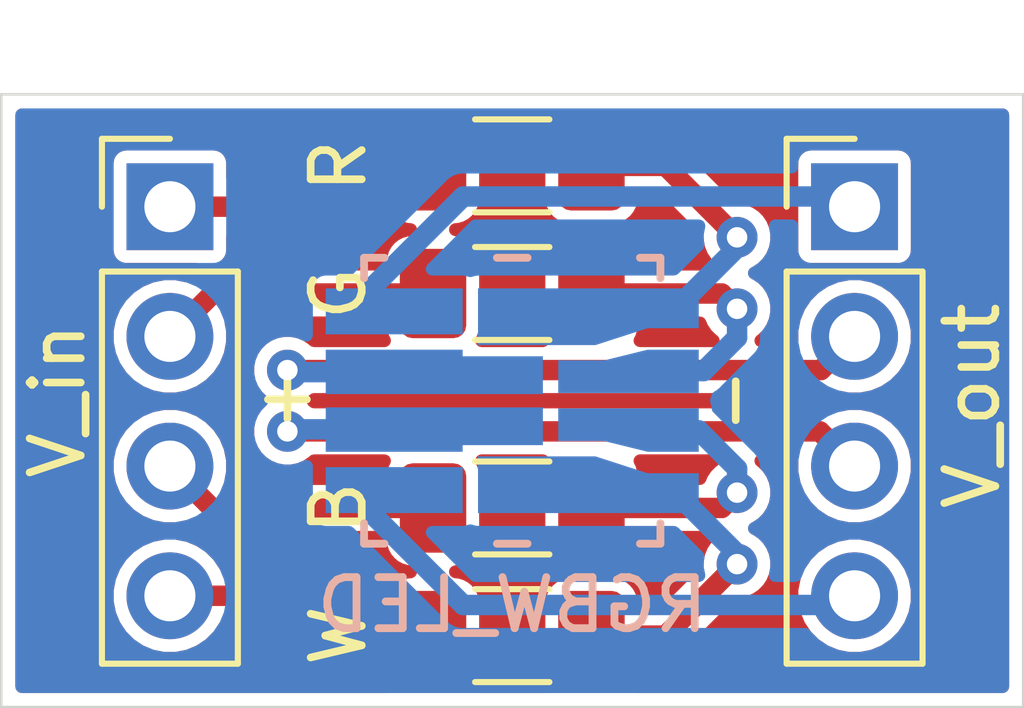
<source format=kicad_pcb>
(kicad_pcb (version 20171130) (host pcbnew 5.1.12-84ad8e8a86~92~ubuntu21.04.1)

  (general
    (thickness 1.6)
    (drawings 10)
    (tracks 49)
    (zones 0)
    (modules 7)
    (nets 13)
  )

  (page User 150.012 150.012)
  (layers
    (0 F.Cu signal)
    (31 B.Cu signal)
    (32 B.Adhes user hide)
    (33 F.Adhes user hide)
    (34 B.Paste user hide)
    (35 F.Paste user hide)
    (36 B.SilkS user)
    (37 F.SilkS user)
    (38 B.Mask user hide)
    (39 F.Mask user hide)
    (40 Dwgs.User user)
    (41 Cmts.User user)
    (42 Eco1.User user hide)
    (43 Eco2.User user hide)
    (44 Edge.Cuts user)
    (45 Margin user)
    (46 B.CrtYd user hide)
    (47 F.CrtYd user hide)
    (48 B.Fab user hide)
    (49 F.Fab user hide)
  )

  (setup
    (last_trace_width 0.4)
    (trace_clearance 0.2)
    (zone_clearance 0.25)
    (zone_45_only no)
    (trace_min 0.4)
    (via_size 0.8)
    (via_drill 0.4)
    (via_min_size 0.4)
    (via_min_drill 0.3)
    (uvia_size 0.3)
    (uvia_drill 0.1)
    (uvias_allowed no)
    (uvia_min_size 0.2)
    (uvia_min_drill 0.1)
    (edge_width 0.05)
    (segment_width 0.2)
    (pcb_text_width 0.3)
    (pcb_text_size 1.5 1.5)
    (mod_edge_width 0.153)
    (mod_text_size 1 1)
    (mod_text_width 0.15)
    (pad_size 1.524 1.524)
    (pad_drill 0.762)
    (pad_to_mask_clearance 0.05)
    (solder_mask_min_width 0.2)
    (aux_axis_origin 0 0)
    (visible_elements FFFFFF7F)
    (pcbplotparams
      (layerselection 0x010fc_ffffffff)
      (usegerberextensions false)
      (usegerberattributes true)
      (usegerberadvancedattributes true)
      (creategerberjobfile true)
      (excludeedgelayer true)
      (linewidth 0.100000)
      (plotframeref false)
      (viasonmask false)
      (mode 1)
      (useauxorigin false)
      (hpglpennumber 1)
      (hpglpenspeed 20)
      (hpglpendiameter 15.000000)
      (psnegative false)
      (psa4output false)
      (plotreference true)
      (plotvalue true)
      (plotinvisibletext false)
      (padsonsilk false)
      (subtractmaskfromsilk false)
      (outputformat 1)
      (mirror false)
      (drillshape 1)
      (scaleselection 1)
      (outputdirectory ""))
  )

  (net 0 "")
  (net 1 "Net-(R_Green1-Pad1)")
  (net 2 "Net-(GW_J9LHS1.4M1-Pad6)")
  (net 3 "Net-(GW_J9LHS1.4M1-Pad7)")
  (net 4 "Net-(GW_J9LHS1.4M1-Pad8)")
  (net 5 "Net-(GW_J9LHS1.4M1-Pad5)")
  (net 6 "Net-(GW_J9LHS1.4M1-Pad4)")
  (net 7 "Net-(GW_J9LHS1.4M1-Pad1)")
  (net 8 "Net-(GW_J9LHS1.4M1-Pad2)")
  (net 9 "Net-(GW_J9LHS1.4M1-Pad3)")
  (net 10 "Net-(R_Blue1-Pad1)")
  (net 11 "Net-(R_Red1-Pad1)")
  (net 12 "Net-(R_White1-Pad1)")

  (net_class Default "This is the default net class."
    (clearance 0.2)
    (trace_width 0.4)
    (via_dia 0.8)
    (via_drill 0.4)
    (uvia_dia 0.3)
    (uvia_drill 0.1)
    (diff_pair_width 0.4)
    (diff_pair_gap 0.3)
    (add_net "Net-(GW_J9LHS1.4M1-Pad1)")
    (add_net "Net-(GW_J9LHS1.4M1-Pad2)")
    (add_net "Net-(GW_J9LHS1.4M1-Pad3)")
    (add_net "Net-(GW_J9LHS1.4M1-Pad4)")
    (add_net "Net-(GW_J9LHS1.4M1-Pad5)")
    (add_net "Net-(GW_J9LHS1.4M1-Pad6)")
    (add_net "Net-(GW_J9LHS1.4M1-Pad7)")
    (add_net "Net-(GW_J9LHS1.4M1-Pad8)")
    (add_net "Net-(R_Blue1-Pad1)")
    (add_net "Net-(R_Green1-Pad1)")
    (add_net "Net-(R_Red1-Pad1)")
    (add_net "Net-(R_White1-Pad1)")
  )

  (module Connector_PinHeader_2.54mm:PinHeader_1x04_P2.54mm_Vertical (layer F.Cu) (tedit 59FED5CC) (tstamp 61A55A44)
    (at 86.7 51.2)
    (descr "Through hole straight pin header, 1x04, 2.54mm pitch, single row")
    (tags "Through hole pin header THT 1x04 2.54mm single row")
    (path /61A8F3A8)
    (fp_text reference V_out (at 2.3 3.9 -90) (layer F.SilkS)
      (effects (font (size 1 1) (thickness 0.15)))
    )
    (fp_text value "Pin Header" (at 0 9.95) (layer F.Fab) hide
      (effects (font (size 1 1) (thickness 0.15)))
    )
    (fp_text user %R (at 3.3 -3 180) (layer F.Fab)
      (effects (font (size 1 1) (thickness 0.15)) (justify right))
    )
    (fp_line (start -0.635 -1.27) (end 1.27 -1.27) (layer F.Fab) (width 0.1))
    (fp_line (start 1.27 -1.27) (end 1.27 8.89) (layer F.Fab) (width 0.1))
    (fp_line (start 1.27 8.89) (end -1.27 8.89) (layer F.Fab) (width 0.1))
    (fp_line (start -1.27 8.89) (end -1.27 -0.635) (layer F.Fab) (width 0.1))
    (fp_line (start -1.27 -0.635) (end -0.635 -1.27) (layer F.Fab) (width 0.1))
    (fp_line (start -1.33 8.95) (end 1.33 8.95) (layer F.SilkS) (width 0.12))
    (fp_line (start -1.33 1.27) (end -1.33 8.95) (layer F.SilkS) (width 0.12))
    (fp_line (start 1.33 1.27) (end 1.33 8.95) (layer F.SilkS) (width 0.12))
    (fp_line (start -1.33 1.27) (end 1.33 1.27) (layer F.SilkS) (width 0.12))
    (fp_line (start -1.33 0) (end -1.33 -1.33) (layer F.SilkS) (width 0.12))
    (fp_line (start -1.33 -1.33) (end 0 -1.33) (layer F.SilkS) (width 0.12))
    (fp_line (start -1.8 -1.8) (end -1.8 9.4) (layer F.CrtYd) (width 0.05))
    (fp_line (start -1.8 9.4) (end 1.8 9.4) (layer F.CrtYd) (width 0.05))
    (fp_line (start 1.8 9.4) (end 1.8 -1.8) (layer F.CrtYd) (width 0.05))
    (fp_line (start 1.8 -1.8) (end -1.8 -1.8) (layer F.CrtYd) (width 0.05))
    (pad 4 thru_hole oval (at 0 7.62) (size 1.7 1.7) (drill 1) (layers *.Cu *.Mask)
      (net 5 "Net-(GW_J9LHS1.4M1-Pad5)"))
    (pad 3 thru_hole oval (at 0 5.08) (size 1.7 1.7) (drill 1) (layers *.Cu *.Mask)
      (net 2 "Net-(GW_J9LHS1.4M1-Pad6)"))
    (pad 2 thru_hole oval (at 0 2.54) (size 1.7 1.7) (drill 1) (layers *.Cu *.Mask)
      (net 3 "Net-(GW_J9LHS1.4M1-Pad7)"))
    (pad 1 thru_hole rect (at 0 0) (size 1.7 1.7) (drill 1) (layers *.Cu *.Mask)
      (net 4 "Net-(GW_J9LHS1.4M1-Pad8)"))
    (model ${KISYS3DMOD}/Connector_PinHeader_2.54mm.3dshapes/PinHeader_1x04_P2.54mm_Vertical.wrl
      (at (xyz 0 0 0))
      (scale (xyz 1 1 1))
      (rotate (xyz 0 0 0))
    )
  )

  (module Connector_PinHeader_2.54mm:PinHeader_1x04_P2.54mm_Vertical (layer F.Cu) (tedit 59FED5CC) (tstamp 61A55705)
    (at 73.3 51.2)
    (descr "Through hole straight pin header, 1x04, 2.54mm pitch, single row")
    (tags "Through hole pin header THT 1x04 2.54mm single row")
    (path /61A8C71B)
    (fp_text reference V_in (at -2.2 3.8 90) (layer F.SilkS)
      (effects (font (size 1 1) (thickness 0.15)))
    )
    (fp_text value "Pin Header" (at 0 9.95) (layer F.Fab) hide
      (effects (font (size 1 1) (thickness 0.15)))
    )
    (fp_text user %R (at -3.3 -3.2 180) (layer F.Fab)
      (effects (font (size 1 1) (thickness 0.15)) (justify left))
    )
    (fp_line (start -0.635 -1.27) (end 1.27 -1.27) (layer F.Fab) (width 0.1))
    (fp_line (start 1.27 -1.27) (end 1.27 8.89) (layer F.Fab) (width 0.1))
    (fp_line (start 1.27 8.89) (end -1.27 8.89) (layer F.Fab) (width 0.1))
    (fp_line (start -1.27 8.89) (end -1.27 -0.635) (layer F.Fab) (width 0.1))
    (fp_line (start -1.27 -0.635) (end -0.635 -1.27) (layer F.Fab) (width 0.1))
    (fp_line (start -1.33 8.95) (end 1.33 8.95) (layer F.SilkS) (width 0.12))
    (fp_line (start -1.33 1.27) (end -1.33 8.95) (layer F.SilkS) (width 0.12))
    (fp_line (start 1.33 1.27) (end 1.33 8.95) (layer F.SilkS) (width 0.12))
    (fp_line (start -1.33 1.27) (end 1.33 1.27) (layer F.SilkS) (width 0.12))
    (fp_line (start -1.33 0) (end -1.33 -1.33) (layer F.SilkS) (width 0.12))
    (fp_line (start -1.33 -1.33) (end 0 -1.33) (layer F.SilkS) (width 0.12))
    (fp_line (start -1.8 -1.8) (end -1.8 9.4) (layer F.CrtYd) (width 0.05))
    (fp_line (start -1.8 9.4) (end 1.8 9.4) (layer F.CrtYd) (width 0.05))
    (fp_line (start 1.8 9.4) (end 1.8 -1.8) (layer F.CrtYd) (width 0.05))
    (fp_line (start 1.8 -1.8) (end -1.8 -1.8) (layer F.CrtYd) (width 0.05))
    (pad 4 thru_hole oval (at 0 7.62) (size 1.7 1.7) (drill 1) (layers *.Cu *.Mask)
      (net 12 "Net-(R_White1-Pad1)"))
    (pad 3 thru_hole oval (at 0 5.08) (size 1.7 1.7) (drill 1) (layers *.Cu *.Mask)
      (net 10 "Net-(R_Blue1-Pad1)"))
    (pad 2 thru_hole oval (at 0 2.54) (size 1.7 1.7) (drill 1) (layers *.Cu *.Mask)
      (net 1 "Net-(R_Green1-Pad1)"))
    (pad 1 thru_hole rect (at 0 0) (size 1.7 1.7) (drill 1) (layers *.Cu *.Mask)
      (net 11 "Net-(R_Red1-Pad1)"))
    (model ${KISYS3DMOD}/Connector_PinHeader_2.54mm.3dshapes/PinHeader_1x04_P2.54mm_Vertical.wrl
      (at (xyz 0 0 0))
      (scale (xyz 1 1 1))
      (rotate (xyz 0 0 0))
    )
  )

  (module Resistor_SMD:R_1206_3216Metric_Pad1.30x1.75mm_HandSolder (layer F.Cu) (tedit 5F68FEEE) (tstamp 61A54789)
    (at 80 59.6)
    (descr "Resistor SMD 1206 (3216 Metric), square (rectangular) end terminal, IPC_7351 nominal with elongated pad for handsoldering. (Body size source: IPC-SM-782 page 72, https://www.pcb-3d.com/wordpress/wp-content/uploads/ipc-sm-782a_amendment_1_and_2.pdf), generated with kicad-footprint-generator")
    (tags "resistor handsolder")
    (path /619BD14C)
    (attr smd)
    (fp_text reference W (at -3.4 0 90) (layer F.SilkS)
      (effects (font (size 1 1) (thickness 0.15)))
    )
    (fp_text value 10 (at 2.6 0) (layer F.Fab)
      (effects (font (size 0.5 0.5) (thickness 0.125)) (justify left))
    )
    (fp_text user %R (at 0 0) (layer F.Fab)
      (effects (font (size 0.8 0.8) (thickness 0.12)))
    )
    (fp_line (start -1.6 0.8) (end -1.6 -0.8) (layer F.Fab) (width 0.1))
    (fp_line (start -1.6 -0.8) (end 1.6 -0.8) (layer F.Fab) (width 0.1))
    (fp_line (start 1.6 -0.8) (end 1.6 0.8) (layer F.Fab) (width 0.1))
    (fp_line (start 1.6 0.8) (end -1.6 0.8) (layer F.Fab) (width 0.1))
    (fp_line (start -0.727064 -0.91) (end 0.727064 -0.91) (layer F.SilkS) (width 0.12))
    (fp_line (start -0.727064 0.91) (end 0.727064 0.91) (layer F.SilkS) (width 0.12))
    (fp_line (start -2.45 1.12) (end -2.45 -1.12) (layer F.CrtYd) (width 0.05))
    (fp_line (start -2.45 -1.12) (end 2.45 -1.12) (layer F.CrtYd) (width 0.05))
    (fp_line (start 2.45 -1.12) (end 2.45 1.12) (layer F.CrtYd) (width 0.05))
    (fp_line (start 2.45 1.12) (end -2.45 1.12) (layer F.CrtYd) (width 0.05))
    (pad 2 smd roundrect (at 1.55 0) (size 1.3 1.75) (layers F.Cu F.Paste F.Mask) (roundrect_rratio 0.192308)
      (net 6 "Net-(GW_J9LHS1.4M1-Pad4)"))
    (pad 1 smd roundrect (at -1.55 0) (size 1.3 1.75) (layers F.Cu F.Paste F.Mask) (roundrect_rratio 0.192308)
      (net 12 "Net-(R_White1-Pad1)"))
    (model ${KISYS3DMOD}/Resistor_SMD.3dshapes/R_1206_3216Metric.wrl
      (at (xyz 0 0 0))
      (scale (xyz 1 1 1))
      (rotate (xyz 0 0 0))
    )
  )

  (module Resistor_SMD:R_1206_3216Metric_Pad1.30x1.75mm_HandSolder (layer F.Cu) (tedit 5F68FEEE) (tstamp 61A557FC)
    (at 80 50.4)
    (descr "Resistor SMD 1206 (3216 Metric), square (rectangular) end terminal, IPC_7351 nominal with elongated pad for handsoldering. (Body size source: IPC-SM-782 page 72, https://www.pcb-3d.com/wordpress/wp-content/uploads/ipc-sm-782a_amendment_1_and_2.pdf), generated with kicad-footprint-generator")
    (tags "resistor handsolder")
    (path /619BC99C)
    (attr smd)
    (fp_text reference R (at -3.4 0 90) (layer F.SilkS)
      (effects (font (size 1 1) (thickness 0.15)))
    )
    (fp_text value 19.1 (at 2.6 0) (layer F.Fab)
      (effects (font (size 0.5 0.5) (thickness 0.125)) (justify left))
    )
    (fp_text user %R (at 0 0) (layer F.Fab)
      (effects (font (size 0.8 0.8) (thickness 0.12)))
    )
    (fp_line (start -1.6 0.8) (end -1.6 -0.8) (layer F.Fab) (width 0.1))
    (fp_line (start -1.6 -0.8) (end 1.6 -0.8) (layer F.Fab) (width 0.1))
    (fp_line (start 1.6 -0.8) (end 1.6 0.8) (layer F.Fab) (width 0.1))
    (fp_line (start 1.6 0.8) (end -1.6 0.8) (layer F.Fab) (width 0.1))
    (fp_line (start -0.727064 -0.91) (end 0.727064 -0.91) (layer F.SilkS) (width 0.12))
    (fp_line (start -0.727064 0.91) (end 0.727064 0.91) (layer F.SilkS) (width 0.12))
    (fp_line (start -2.45 1.12) (end -2.45 -1.12) (layer F.CrtYd) (width 0.05))
    (fp_line (start -2.45 -1.12) (end 2.45 -1.12) (layer F.CrtYd) (width 0.05))
    (fp_line (start 2.45 -1.12) (end 2.45 1.12) (layer F.CrtYd) (width 0.05))
    (fp_line (start 2.45 1.12) (end -2.45 1.12) (layer F.CrtYd) (width 0.05))
    (pad 2 smd roundrect (at 1.55 0) (size 1.3 1.75) (layers F.Cu F.Paste F.Mask) (roundrect_rratio 0.192308)
      (net 7 "Net-(GW_J9LHS1.4M1-Pad1)"))
    (pad 1 smd roundrect (at -1.55 0) (size 1.3 1.75) (layers F.Cu F.Paste F.Mask) (roundrect_rratio 0.192308)
      (net 11 "Net-(R_Red1-Pad1)"))
    (model ${KISYS3DMOD}/Resistor_SMD.3dshapes/R_1206_3216Metric.wrl
      (at (xyz 0 0 0))
      (scale (xyz 1 1 1))
      (rotate (xyz 0 0 0))
    )
  )

  (module Resistor_SMD:R_1206_3216Metric_Pad1.30x1.75mm_HandSolder (layer F.Cu) (tedit 5F68FEEE) (tstamp 61A55B5C)
    (at 80 52.9)
    (descr "Resistor SMD 1206 (3216 Metric), square (rectangular) end terminal, IPC_7351 nominal with elongated pad for handsoldering. (Body size source: IPC-SM-782 page 72, https://www.pcb-3d.com/wordpress/wp-content/uploads/ipc-sm-782a_amendment_1_and_2.pdf), generated with kicad-footprint-generator")
    (tags "resistor handsolder")
    (path /619BCD1C)
    (attr smd)
    (fp_text reference G (at -3.4 0 90) (layer F.SilkS)
      (effects (font (size 1 1) (thickness 0.15)))
    )
    (fp_text value 10 (at 2.6 0) (layer F.Fab)
      (effects (font (size 0.5 0.5) (thickness 0.125)) (justify left))
    )
    (fp_text user %R (at 0 0) (layer F.Fab)
      (effects (font (size 0.8 0.8) (thickness 0.12)))
    )
    (fp_line (start -1.6 0.8) (end -1.6 -0.8) (layer F.Fab) (width 0.1))
    (fp_line (start -1.6 -0.8) (end 1.6 -0.8) (layer F.Fab) (width 0.1))
    (fp_line (start 1.6 -0.8) (end 1.6 0.8) (layer F.Fab) (width 0.1))
    (fp_line (start 1.6 0.8) (end -1.6 0.8) (layer F.Fab) (width 0.1))
    (fp_line (start -0.727064 -0.91) (end 0.727064 -0.91) (layer F.SilkS) (width 0.12))
    (fp_line (start -0.727064 0.91) (end 0.727064 0.91) (layer F.SilkS) (width 0.12))
    (fp_line (start -2.45 1.12) (end -2.45 -1.12) (layer F.CrtYd) (width 0.05))
    (fp_line (start -2.45 -1.12) (end 2.45 -1.12) (layer F.CrtYd) (width 0.05))
    (fp_line (start 2.45 -1.12) (end 2.45 1.12) (layer F.CrtYd) (width 0.05))
    (fp_line (start 2.45 1.12) (end -2.45 1.12) (layer F.CrtYd) (width 0.05))
    (pad 2 smd roundrect (at 1.55 0) (size 1.3 1.75) (layers F.Cu F.Paste F.Mask) (roundrect_rratio 0.192308)
      (net 8 "Net-(GW_J9LHS1.4M1-Pad2)"))
    (pad 1 smd roundrect (at -1.55 0) (size 1.3 1.75) (layers F.Cu F.Paste F.Mask) (roundrect_rratio 0.192308)
      (net 1 "Net-(R_Green1-Pad1)"))
    (model ${KISYS3DMOD}/Resistor_SMD.3dshapes/R_1206_3216Metric.wrl
      (at (xyz 0 0 0))
      (scale (xyz 1 1 1))
      (rotate (xyz 0 0 0))
    )
  )

  (module Resistor_SMD:R_1206_3216Metric_Pad1.30x1.75mm_HandSolder (layer F.Cu) (tedit 5F68FEEE) (tstamp 61A54756)
    (at 80 57.1)
    (descr "Resistor SMD 1206 (3216 Metric), square (rectangular) end terminal, IPC_7351 nominal with elongated pad for handsoldering. (Body size source: IPC-SM-782 page 72, https://www.pcb-3d.com/wordpress/wp-content/uploads/ipc-sm-782a_amendment_1_and_2.pdf), generated with kicad-footprint-generator")
    (tags "resistor handsolder")
    (path /619BD683)
    (attr smd)
    (fp_text reference B (at -3.4 0 90) (layer F.SilkS)
      (effects (font (size 1 1) (thickness 0.15)))
    )
    (fp_text value 9.09 (at 2.6 0) (layer F.Fab)
      (effects (font (size 0.5 0.5) (thickness 0.125)) (justify left))
    )
    (fp_text user %R (at 0 0) (layer F.Fab)
      (effects (font (size 0.8 0.8) (thickness 0.12)))
    )
    (fp_line (start -1.6 0.8) (end -1.6 -0.8) (layer F.Fab) (width 0.1))
    (fp_line (start -1.6 -0.8) (end 1.6 -0.8) (layer F.Fab) (width 0.1))
    (fp_line (start 1.6 -0.8) (end 1.6 0.8) (layer F.Fab) (width 0.1))
    (fp_line (start 1.6 0.8) (end -1.6 0.8) (layer F.Fab) (width 0.1))
    (fp_line (start -0.727064 -0.91) (end 0.727064 -0.91) (layer F.SilkS) (width 0.12))
    (fp_line (start -0.727064 0.91) (end 0.727064 0.91) (layer F.SilkS) (width 0.12))
    (fp_line (start -2.45 1.12) (end -2.45 -1.12) (layer F.CrtYd) (width 0.05))
    (fp_line (start -2.45 -1.12) (end 2.45 -1.12) (layer F.CrtYd) (width 0.05))
    (fp_line (start 2.45 -1.12) (end 2.45 1.12) (layer F.CrtYd) (width 0.05))
    (fp_line (start 2.45 1.12) (end -2.45 1.12) (layer F.CrtYd) (width 0.05))
    (pad 2 smd roundrect (at 1.55 0) (size 1.3 1.75) (layers F.Cu F.Paste F.Mask) (roundrect_rratio 0.192308)
      (net 9 "Net-(GW_J9LHS1.4M1-Pad3)"))
    (pad 1 smd roundrect (at -1.55 0) (size 1.3 1.75) (layers F.Cu F.Paste F.Mask) (roundrect_rratio 0.192308)
      (net 10 "Net-(R_Blue1-Pad1)"))
    (model ${KISYS3DMOD}/Resistor_SMD.3dshapes/R_1206_3216Metric.wrl
      (at (xyz 0 0 0))
      (scale (xyz 1 1 1))
      (rotate (xyz 0 0 0))
    )
  )

  (module bioreactor:RGBW_LED_GW_J9LHS1.4M_HandSolder (layer B.Cu) (tedit 61A4B935) (tstamp 61A54BF9)
    (at 80 55 180)
    (tags LED)
    (path /61A86FD6)
    (fp_text reference RGBW_LED (at 0 -4) (layer B.SilkS)
      (effects (font (size 1 1) (thickness 0.153)) (justify mirror))
    )
    (fp_text value GW+J9LHS1.4M_EN (at 0 4) (layer B.Fab)
      (effects (font (size 1 1) (thickness 0.15)) (justify mirror))
    )
    (fp_line (start 2.6 2.5) (end 2.6 -2.5) (layer B.CrtYd) (width 0.1))
    (fp_line (start 2.6 2.5) (end -2.6 2.5) (layer B.CrtYd) (width 0.1))
    (fp_line (start -2.6 2.5) (end -2.6 -2.5) (layer B.CrtYd) (width 0.1))
    (fp_line (start -2.6 -2.5) (end 2.6 -2.5) (layer B.CrtYd) (width 0.1))
    (fp_line (start -2.9 -2.4) (end -2.9 -2.8) (layer B.SilkS) (width 0.153))
    (fp_line (start -2.9 -2.8) (end -2.5 -2.8) (layer B.SilkS) (width 0.153))
    (fp_line (start -0.3 -2.8) (end 0.3 -2.8) (layer B.SilkS) (width 0.153))
    (fp_line (start 2.9 -2.4) (end 2.9 -2.8) (layer B.SilkS) (width 0.153))
    (fp_line (start 2.9 -2.8) (end 2.5 -2.8) (layer B.SilkS) (width 0.153))
    (fp_line (start 2.9 2.4) (end 2.9 2.8) (layer B.SilkS) (width 0.153))
    (fp_line (start 2.9 2.8) (end 2.5 2.8) (layer B.SilkS) (width 0.153))
    (fp_line (start 0.3 2.8) (end -0.3 2.8) (layer B.SilkS) (width 0.153))
    (fp_line (start -2.9 2.4) (end -2.9 2.8) (layer B.SilkS) (width 0.153))
    (fp_line (start -2.9 2.8) (end -2.5 2.8) (layer B.SilkS) (width 0.153))
    (pad 6 smd custom (at 3.21 -0.56 180) (size 0.5 0.5) (layers B.Cu B.Paste B.Mask)
      (net 2 "Net-(GW_J9LHS1.4M1-Pad6)") (zone_connect 0)
      (options (clearance outline) (anchor rect))
      (primitives
        (gr_poly (pts
           (xy -0.56 -0.44) (xy -2.24 -0.44) (xy -2.24 -0.31) (xy -3.81 -0.31) (xy -3.81 0.43)
           (xy -0.56 0.43)) (width 0))
        (gr_poly (pts
           (xy 0.44 -0.44) (xy -0.56 -0.44) (xy -0.56 0.43) (xy 0.44 0.43)) (width 0))
      ))
    (pad 7 smd custom (at 3.21 0.56 180) (size 0.5 0.5) (layers B.Cu B.Paste B.Mask)
      (net 3 "Net-(GW_J9LHS1.4M1-Pad7)") (zone_connect 0)
      (options (clearance outline) (anchor rect))
      (primitives
        (gr_poly (pts
           (xy -0.56 0.44) (xy -2.24 0.44) (xy -2.24 0.31) (xy -3.81 0.31) (xy -3.81 -0.43)
           (xy -0.56 -0.43)) (width 0))
        (gr_poly (pts
           (xy 0.44 -0.43) (xy -0.56 -0.43) (xy -0.56 0.44) (xy 0.44 0.44)) (width 0))
      ))
    (pad 8 smd custom (at 3.21 1.75 180) (size 0.5 0.5) (layers B.Cu B.Paste B.Mask)
      (net 4 "Net-(GW_J9LHS1.4M1-Pad8)") (zone_connect 0)
      (options (clearance outline) (anchor rect))
      (primitives
        (gr_poly (pts
           (xy -0.56 -0.45) (xy -2.24 -0.45) (xy -2.24 0.45) (xy -0.56 0.45)) (width 0))
        (gr_poly (pts
           (xy 0.44 -0.45) (xy -0.56 -0.45) (xy -0.56 0.45) (xy 0.44 0.45)) (width 0))
      ))
    (pad 5 smd custom (at 3.21 -1.75 180) (size 0.5 0.5) (layers B.Cu B.Paste B.Mask)
      (net 5 "Net-(GW_J9LHS1.4M1-Pad5)") (zone_connect 0)
      (options (clearance outline) (anchor rect))
      (primitives
        (gr_poly (pts
           (xy -0.56 -0.45) (xy -2.24 -0.45) (xy -2.24 0.45) (xy -0.56 0.45)) (width 0))
        (gr_poly (pts
           (xy 0.44 -0.45) (xy -0.56 -0.45) (xy -0.56 0.45) (xy 0.44 0.45)) (width 0))
      ))
    (pad 4 smd custom (at -3.21 -1.81 180) (size 0.5 0.5) (layers B.Cu B.Paste B.Mask)
      (net 6 "Net-(GW_J9LHS1.4M1-Pad4)") (zone_connect 0)
      (options (clearance outline) (anchor rect))
      (primitives
        (gr_poly (pts
           (xy 3.88 0.72) (xy 3.88 -0.39) (xy 0.56 -0.39) (xy 0.56 0.39) (xy 1.58 0.72)
) (width 0))
        (gr_poly (pts
           (xy 0.56 -0.39) (xy -0.44 -0.39) (xy -0.44 0.39) (xy 0.56 0.39)) (width 0))
      ))
    (pad 1 smd custom (at -3.21 1.81 180) (size 0.5 0.5) (layers B.Cu B.Paste B.Mask)
      (net 7 "Net-(GW_J9LHS1.4M1-Pad1)") (zone_connect 0)
      (options (clearance outline) (anchor rect))
      (primitives
        (gr_poly (pts
           (xy 3.88 -0.72) (xy 3.88 0.39) (xy 0.56 0.39) (xy 0.56 -0.39) (xy 1.58 -0.72)
) (width 0))
        (gr_poly (pts
           (xy 0.56 -0.39) (xy -0.44 -0.39) (xy -0.44 0.39) (xy 0.56 0.39)) (width 0))
      ))
    (pad 2 smd custom (at -3.21 0.58 180) (size 0.5 0.5) (layers B.Cu B.Paste B.Mask)
      (net 8 "Net-(GW_J9LHS1.4M1-Pad2)") (zone_connect 0)
      (options (clearance outline) (anchor rect))
      (primitives
        (gr_poly (pts
           (xy 2.31 0.21) (xy 1.41 0.21) (xy 0.56 0.42) (xy 0.56 -0.43) (xy 2.31 -0.43)
) (width 0))
        (gr_poly (pts
           (xy 0.56 -0.43) (xy -0.44 -0.43) (xy -0.44 0.42) (xy 0.56 0.42)) (width 0))
      ))
    (pad 3 smd custom (at -3.21 -0.58 180) (size 0.5 0.5) (layers B.Cu B.Paste B.Mask)
      (net 9 "Net-(GW_J9LHS1.4M1-Pad3)")
      (options (clearance outline) (anchor rect))
      (primitives
        (gr_poly (pts
           (xy 2.31 -0.21) (xy 1.41 -0.21) (xy 0.56 -0.42) (xy 0.56 0.43) (xy 2.31 0.43)
) (width 0))
        (gr_poly (pts
           (xy 0.56 -0.42) (xy -0.44 -0.42) (xy -0.44 0.43) (xy 0.56 0.43)) (width 0))
      ))
  )

  (gr_text - (at 84.3 55 90) (layer F.SilkS) (tstamp 61A55AC8)
    (effects (font (size 1 1) (thickness 0.15)))
  )
  (gr_text + (at 75.6 54.9) (layer F.SilkS)
    (effects (font (size 1 1) (thickness 0.15)))
  )
  (gr_line (start 88.5 61) (end 88.5 49) (layer F.CrtYd) (width 0.05))
  (gr_line (start 71.5 49) (end 71.5 61) (layer F.CrtYd) (width 0.05))
  (gr_line (start 70 49) (end 70 61) (layer Edge.Cuts) (width 0.05) (tstamp 61A54A67))
  (gr_line (start 90 49) (end 70 49) (layer Edge.Cuts) (width 0.05))
  (gr_line (start 90 61) (end 90 49) (layer Edge.Cuts) (width 0.05))
  (gr_line (start 70 61) (end 90 61) (layer Edge.Cuts) (width 0.05) (tstamp 61A54919))
  (gr_line (start 21.5 80) (end 21.5 60) (layer F.Fab) (width 0.15))
  (gr_line (start 38.5 60) (end 38.5 80) (layer F.Fab) (width 0.15))

  (segment (start 74.14 52.9) (end 78.45 52.9) (width 0.4) (layer F.Cu) (net 1))
  (segment (start 73.3 53.74) (end 74.14 52.9) (width 0.4) (layer F.Cu) (net 1))
  (via (at 84.4 58.2) (size 0.8) (drill 0.4) (layers F.Cu B.Cu) (net 6))
  (via (at 84.4 56.8) (size 0.8) (drill 0.4) (layers F.Cu B.Cu) (net 9) (tstamp 61A5541B))
  (via (at 84.4 53.2) (size 0.8) (drill 0.4) (layers F.Cu B.Cu) (net 8))
  (via (at 75.6 55.6) (size 0.8) (drill 0.4) (layers F.Cu B.Cu) (net 2))
  (segment (start 86.02 55.6) (end 86.7 56.28) (width 0.4) (layer F.Cu) (net 2))
  (segment (start 75.7 55.6) (end 86.02 55.6) (width 0.4) (layer F.Cu) (net 2))
  (segment (start 75.64 55.56) (end 75.6 55.6) (width 0.4) (layer B.Cu) (net 2))
  (segment (start 76.79 55.56) (end 75.64 55.56) (width 0.4) (layer B.Cu) (net 2))
  (via (at 75.6 54.4) (size 0.8) (drill 0.4) (layers F.Cu B.Cu) (net 3))
  (segment (start 86.04 54.4) (end 86.7 53.74) (width 0.4) (layer F.Cu) (net 3))
  (segment (start 75.7 54.4) (end 86.04 54.4) (width 0.4) (layer F.Cu) (net 3))
  (segment (start 75.64 54.44) (end 75.6 54.4) (width 0.4) (layer B.Cu) (net 3))
  (segment (start 76.79 54.44) (end 75.64 54.44) (width 0.4) (layer B.Cu) (net 3))
  (segment (start 86.499999 50.999999) (end 86.7 51.2) (width 0.4) (layer B.Cu) (net 4))
  (segment (start 79.040001 50.999999) (end 86.499999 50.999999) (width 0.4) (layer B.Cu) (net 4))
  (segment (start 76.79 53.25) (end 79.040001 50.999999) (width 0.4) (layer B.Cu) (net 4))
  (segment (start 86.519999 59.000001) (end 86.7 58.82) (width 0.4) (layer B.Cu) (net 5))
  (segment (start 79.040001 59.000001) (end 86.519999 59.000001) (width 0.4) (layer B.Cu) (net 5))
  (segment (start 76.79 56.75) (end 79.040001 59.000001) (width 0.4) (layer B.Cu) (net 5))
  (segment (start 84.4 58) (end 83.21 56.81) (width 0.4) (layer B.Cu) (net 6))
  (segment (start 84.4 58.2) (end 84.4 58) (width 0.4) (layer B.Cu) (net 6))
  (segment (start 83 59.6) (end 84.4 58.2) (width 0.4) (layer F.Cu) (net 6))
  (segment (start 81.55 59.6) (end 83 59.6) (width 0.4) (layer F.Cu) (net 6))
  (via (at 84.4 51.8) (size 0.8) (drill 0.4) (layers F.Cu B.Cu) (net 7))
  (segment (start 84.4 52) (end 83.21 53.19) (width 0.4) (layer B.Cu) (net 7))
  (segment (start 84.4 51.8) (end 84.4 52) (width 0.4) (layer B.Cu) (net 7))
  (segment (start 83 50.4) (end 84.4 51.8) (width 0.4) (layer F.Cu) (net 7))
  (segment (start 81.55 50.4) (end 83 50.4) (width 0.4) (layer F.Cu) (net 7))
  (segment (start 83.745685 54.42) (end 83.21 54.42) (width 0.4) (layer B.Cu) (net 8))
  (segment (start 84.4 53.765685) (end 83.745685 54.42) (width 0.4) (layer B.Cu) (net 8))
  (segment (start 84.4 53.2) (end 84.4 53.765685) (width 0.4) (layer B.Cu) (net 8))
  (segment (start 84.1 52.9) (end 84.4 53.2) (width 0.4) (layer F.Cu) (net 8))
  (segment (start 81.55 52.9) (end 84.1 52.9) (width 0.4) (layer F.Cu) (net 8))
  (segment (start 83.23 55.6) (end 83.21 55.58) (width 0.4) (layer B.Cu) (net 9))
  (segment (start 83.65 55.58) (end 83.21 55.58) (width 0.4) (layer B.Cu) (net 9))
  (segment (start 84.4 56.33) (end 83.65 55.58) (width 0.4) (layer B.Cu) (net 9))
  (segment (start 84.4 56.8) (end 84.4 56.33) (width 0.4) (layer B.Cu) (net 9))
  (segment (start 84.1 57.1) (end 84.4 56.8) (width 0.4) (layer F.Cu) (net 9))
  (segment (start 81.55 57.1) (end 84.1 57.1) (width 0.4) (layer F.Cu) (net 9))
  (segment (start 74.12 57.1) (end 78.45 57.1) (width 0.4) (layer F.Cu) (net 10))
  (segment (start 73.3 56.28) (end 74.12 57.1) (width 0.4) (layer F.Cu) (net 10))
  (segment (start 73.3 51.2) (end 75.2 51.2) (width 0.4) (layer F.Cu) (net 11))
  (segment (start 75.2 51.2) (end 76 50.4) (width 0.4) (layer F.Cu) (net 11))
  (segment (start 76 50.4) (end 78.45 50.4) (width 0.4) (layer F.Cu) (net 11))
  (segment (start 73.3 58.82) (end 75.22 58.82) (width 0.4) (layer F.Cu) (net 12))
  (segment (start 75.22 58.82) (end 76 59.6) (width 0.4) (layer F.Cu) (net 12))
  (segment (start 76 59.6) (end 78.45 59.6) (width 0.4) (layer F.Cu) (net 12))

  (zone (net 0) (net_name "") (layer F.Cu) (tstamp 0) (hatch edge 0.508)
    (connect_pads (clearance 0.25))
    (min_thickness 0.254)
    (fill yes (arc_segments 32) (thermal_gap 0.508) (thermal_bridge_width 0.508))
    (polygon
      (pts
        (xy 90 61) (xy 70 61) (xy 70 49) (xy 90 49)
      )
    )
    (filled_polygon
      (pts
        (xy 89.598 60.598) (xy 82.453444 60.598) (xy 82.472848 60.574356) (xy 82.530958 60.465641) (xy 82.566741 60.347677)
        (xy 82.578824 60.225) (xy 82.578824 60.177) (xy 82.971669 60.177) (xy 83 60.17979) (xy 83.028331 60.177)
        (xy 83.028336 60.177) (xy 83.058045 60.174074) (xy 83.113111 60.168651) (xy 83.15777 60.155103) (xy 83.221876 60.135657)
        (xy 83.322115 60.082079) (xy 83.409974 60.009974) (xy 83.428039 59.987962) (xy 84.439002 58.977) (xy 84.476528 58.977)
        (xy 84.626643 58.947141) (xy 84.768048 58.888569) (xy 84.895309 58.803536) (xy 84.999694 58.699151) (xy 85.473 58.699151)
        (xy 85.473 58.940849) (xy 85.520153 59.177903) (xy 85.612647 59.401202) (xy 85.746927 59.602167) (xy 85.917833 59.773073)
        (xy 86.118798 59.907353) (xy 86.342097 59.999847) (xy 86.579151 60.047) (xy 86.820849 60.047) (xy 87.057903 59.999847)
        (xy 87.281202 59.907353) (xy 87.482167 59.773073) (xy 87.653073 59.602167) (xy 87.787353 59.401202) (xy 87.879847 59.177903)
        (xy 87.927 58.940849) (xy 87.927 58.699151) (xy 87.879847 58.462097) (xy 87.787353 58.238798) (xy 87.653073 58.037833)
        (xy 87.482167 57.866927) (xy 87.281202 57.732647) (xy 87.057903 57.640153) (xy 86.820849 57.593) (xy 86.579151 57.593)
        (xy 86.342097 57.640153) (xy 86.118798 57.732647) (xy 85.917833 57.866927) (xy 85.746927 58.037833) (xy 85.612647 58.238798)
        (xy 85.520153 58.462097) (xy 85.473 58.699151) (xy 84.999694 58.699151) (xy 85.003536 58.695309) (xy 85.088569 58.568048)
        (xy 85.147141 58.426643) (xy 85.177 58.276528) (xy 85.177 58.123472) (xy 85.147141 57.973357) (xy 85.088569 57.831952)
        (xy 85.003536 57.704691) (xy 84.895309 57.596464) (xy 84.768048 57.511431) (xy 84.740451 57.5) (xy 84.768048 57.488569)
        (xy 84.895309 57.403536) (xy 85.003536 57.295309) (xy 85.088569 57.168048) (xy 85.147141 57.026643) (xy 85.177 56.876528)
        (xy 85.177 56.723472) (xy 85.147141 56.573357) (xy 85.088569 56.431952) (xy 85.003536 56.304691) (xy 84.895309 56.196464)
        (xy 84.866179 56.177) (xy 85.473 56.177) (xy 85.473 56.400849) (xy 85.520153 56.637903) (xy 85.612647 56.861202)
        (xy 85.746927 57.062167) (xy 85.917833 57.233073) (xy 86.118798 57.367353) (xy 86.342097 57.459847) (xy 86.579151 57.507)
        (xy 86.820849 57.507) (xy 87.057903 57.459847) (xy 87.281202 57.367353) (xy 87.482167 57.233073) (xy 87.653073 57.062167)
        (xy 87.787353 56.861202) (xy 87.879847 56.637903) (xy 87.927 56.400849) (xy 87.927 56.159151) (xy 87.879847 55.922097)
        (xy 87.787353 55.698798) (xy 87.653073 55.497833) (xy 87.482167 55.326927) (xy 87.281202 55.192647) (xy 87.057903 55.100153)
        (xy 86.820849 55.053) (xy 86.579151 55.053) (xy 86.342097 55.100153) (xy 86.323379 55.107906) (xy 86.241876 55.064343)
        (xy 86.17777 55.044897) (xy 86.133111 55.031349) (xy 86.078045 55.025926) (xy 86.048336 55.023) (xy 86.048331 55.023)
        (xy 86.02 55.02021) (xy 85.991669 55.023) (xy 76.121845 55.023) (xy 76.098845 55) (xy 76.121845 54.977)
        (xy 86.011669 54.977) (xy 86.04 54.97979) (xy 86.068331 54.977) (xy 86.068336 54.977) (xy 86.098045 54.974074)
        (xy 86.153111 54.968651) (xy 86.19777 54.955103) (xy 86.261876 54.935657) (xy 86.313566 54.908029) (xy 86.342097 54.919847)
        (xy 86.579151 54.967) (xy 86.820849 54.967) (xy 87.057903 54.919847) (xy 87.281202 54.827353) (xy 87.482167 54.693073)
        (xy 87.653073 54.522167) (xy 87.787353 54.321202) (xy 87.879847 54.097903) (xy 87.927 53.860849) (xy 87.927 53.619151)
        (xy 87.879847 53.382097) (xy 87.787353 53.158798) (xy 87.653073 52.957833) (xy 87.482167 52.786927) (xy 87.281202 52.652647)
        (xy 87.057903 52.560153) (xy 86.820849 52.513) (xy 86.579151 52.513) (xy 86.342097 52.560153) (xy 86.118798 52.652647)
        (xy 85.917833 52.786927) (xy 85.746927 52.957833) (xy 85.612647 53.158798) (xy 85.520153 53.382097) (xy 85.473 53.619151)
        (xy 85.473 53.823) (xy 84.866179 53.823) (xy 84.895309 53.803536) (xy 85.003536 53.695309) (xy 85.088569 53.568048)
        (xy 85.147141 53.426643) (xy 85.177 53.276528) (xy 85.177 53.123472) (xy 85.147141 52.973357) (xy 85.088569 52.831952)
        (xy 85.003536 52.704691) (xy 84.895309 52.596464) (xy 84.768048 52.511431) (xy 84.740451 52.5) (xy 84.768048 52.488569)
        (xy 84.895309 52.403536) (xy 85.003536 52.295309) (xy 85.088569 52.168048) (xy 85.147141 52.026643) (xy 85.177 51.876528)
        (xy 85.177 51.723472) (xy 85.147141 51.573357) (xy 85.088569 51.431952) (xy 85.003536 51.304691) (xy 84.895309 51.196464)
        (xy 84.768048 51.111431) (xy 84.626643 51.052859) (xy 84.476528 51.023) (xy 84.439002 51.023) (xy 83.766002 50.35)
        (xy 85.471176 50.35) (xy 85.471176 52.05) (xy 85.478455 52.123905) (xy 85.500012 52.19497) (xy 85.535019 52.260463)
        (xy 85.582131 52.317869) (xy 85.639537 52.364981) (xy 85.70503 52.399988) (xy 85.776095 52.421545) (xy 85.85 52.428824)
        (xy 87.55 52.428824) (xy 87.623905 52.421545) (xy 87.69497 52.399988) (xy 87.760463 52.364981) (xy 87.817869 52.317869)
        (xy 87.864981 52.260463) (xy 87.899988 52.19497) (xy 87.921545 52.123905) (xy 87.928824 52.05) (xy 87.928824 50.35)
        (xy 87.921545 50.276095) (xy 87.899988 50.20503) (xy 87.864981 50.139537) (xy 87.817869 50.082131) (xy 87.760463 50.035019)
        (xy 87.69497 50.000012) (xy 87.623905 49.978455) (xy 87.55 49.971176) (xy 85.85 49.971176) (xy 85.776095 49.978455)
        (xy 85.70503 50.000012) (xy 85.639537 50.035019) (xy 85.582131 50.082131) (xy 85.535019 50.139537) (xy 85.500012 50.20503)
        (xy 85.478455 50.276095) (xy 85.471176 50.35) (xy 83.766002 50.35) (xy 83.428039 50.012038) (xy 83.409974 49.990026)
        (xy 83.322115 49.917921) (xy 83.221876 49.864343) (xy 83.15777 49.844897) (xy 83.113111 49.831349) (xy 83.058045 49.825926)
        (xy 83.028336 49.823) (xy 83.028331 49.823) (xy 83 49.82021) (xy 82.971669 49.823) (xy 82.578824 49.823)
        (xy 82.578824 49.775) (xy 82.566741 49.652323) (xy 82.530958 49.534359) (xy 82.472848 49.425644) (xy 82.453444 49.402)
        (xy 89.598001 49.402)
      )
    )
    (filled_polygon
      (pts
        (xy 80.569042 56.234359) (xy 80.533259 56.352323) (xy 80.521176 56.475) (xy 80.521176 57.725) (xy 80.533259 57.847677)
        (xy 80.569042 57.965641) (xy 80.627152 58.074356) (xy 80.705354 58.169646) (xy 80.800644 58.247848) (xy 80.909359 58.305958)
        (xy 81.027323 58.341741) (xy 81.111175 58.35) (xy 81.027323 58.358259) (xy 80.909359 58.394042) (xy 80.800644 58.452152)
        (xy 80.705354 58.530354) (xy 80.627152 58.625644) (xy 80.569042 58.734359) (xy 80.533259 58.852323) (xy 80.521176 58.975)
        (xy 80.521176 60.225) (xy 80.533259 60.347677) (xy 80.569042 60.465641) (xy 80.627152 60.574356) (xy 80.646556 60.598)
        (xy 79.353444 60.598) (xy 79.372848 60.574356) (xy 79.430958 60.465641) (xy 79.466741 60.347677) (xy 79.478824 60.225)
        (xy 79.478824 58.975) (xy 79.466741 58.852323) (xy 79.430958 58.734359) (xy 79.372848 58.625644) (xy 79.294646 58.530354)
        (xy 79.199356 58.452152) (xy 79.090641 58.394042) (xy 78.972677 58.358259) (xy 78.888825 58.35) (xy 78.972677 58.341741)
        (xy 79.090641 58.305958) (xy 79.199356 58.247848) (xy 79.294646 58.169646) (xy 79.372848 58.074356) (xy 79.430958 57.965641)
        (xy 79.466741 57.847677) (xy 79.478824 57.725) (xy 79.478824 56.475) (xy 79.466741 56.352323) (xy 79.430958 56.234359)
        (xy 79.400299 56.177) (xy 80.599701 56.177)
      )
    )
    (filled_polygon
      (pts
        (xy 77.527152 49.425644) (xy 77.469042 49.534359) (xy 77.433259 49.652323) (xy 77.421176 49.775) (xy 77.421176 49.823)
        (xy 76.028331 49.823) (xy 76 49.82021) (xy 75.971669 49.823) (xy 75.971664 49.823) (xy 75.944886 49.825637)
        (xy 75.886888 49.831349) (xy 75.822782 49.850796) (xy 75.778124 49.864343) (xy 75.677885 49.917921) (xy 75.590026 49.990026)
        (xy 75.571961 50.012038) (xy 74.960999 50.623) (xy 74.528824 50.623) (xy 74.528824 50.35) (xy 74.521545 50.276095)
        (xy 74.499988 50.20503) (xy 74.464981 50.139537) (xy 74.417869 50.082131) (xy 74.360463 50.035019) (xy 74.29497 50.000012)
        (xy 74.223905 49.978455) (xy 74.15 49.971176) (xy 72.45 49.971176) (xy 72.376095 49.978455) (xy 72.30503 50.000012)
        (xy 72.239537 50.035019) (xy 72.182131 50.082131) (xy 72.135019 50.139537) (xy 72.100012 50.20503) (xy 72.078455 50.276095)
        (xy 72.071176 50.35) (xy 72.071176 52.05) (xy 72.078455 52.123905) (xy 72.100012 52.19497) (xy 72.135019 52.260463)
        (xy 72.182131 52.317869) (xy 72.239537 52.364981) (xy 72.30503 52.399988) (xy 72.376095 52.421545) (xy 72.45 52.428824)
        (xy 73.8046 52.428824) (xy 73.730026 52.490026) (xy 73.711961 52.512038) (xy 73.662105 52.561894) (xy 73.657903 52.560153)
        (xy 73.420849 52.513) (xy 73.179151 52.513) (xy 72.942097 52.560153) (xy 72.718798 52.652647) (xy 72.517833 52.786927)
        (xy 72.346927 52.957833) (xy 72.212647 53.158798) (xy 72.120153 53.382097) (xy 72.073 53.619151) (xy 72.073 53.860849)
        (xy 72.120153 54.097903) (xy 72.212647 54.321202) (xy 72.346927 54.522167) (xy 72.517833 54.693073) (xy 72.718798 54.827353)
        (xy 72.942097 54.919847) (xy 73.179151 54.967) (xy 73.420849 54.967) (xy 73.657903 54.919847) (xy 73.881202 54.827353)
        (xy 74.082167 54.693073) (xy 74.253073 54.522167) (xy 74.387353 54.321202) (xy 74.479847 54.097903) (xy 74.527 53.860849)
        (xy 74.527 53.619151) (xy 74.498724 53.477) (xy 77.421176 53.477) (xy 77.421176 53.525) (xy 77.433259 53.647677)
        (xy 77.469042 53.765641) (xy 77.499701 53.823) (xy 76.121845 53.823) (xy 76.095309 53.796464) (xy 75.968048 53.711431)
        (xy 75.826643 53.652859) (xy 75.676528 53.623) (xy 75.523472 53.623) (xy 75.373357 53.652859) (xy 75.231952 53.711431)
        (xy 75.104691 53.796464) (xy 74.996464 53.904691) (xy 74.911431 54.031952) (xy 74.852859 54.173357) (xy 74.823 54.323472)
        (xy 74.823 54.476528) (xy 74.852859 54.626643) (xy 74.911431 54.768048) (xy 74.996464 54.895309) (xy 75.101155 55)
        (xy 74.996464 55.104691) (xy 74.911431 55.231952) (xy 74.852859 55.373357) (xy 74.823 55.523472) (xy 74.823 55.676528)
        (xy 74.852859 55.826643) (xy 74.911431 55.968048) (xy 74.996464 56.095309) (xy 75.104691 56.203536) (xy 75.231952 56.288569)
        (xy 75.373357 56.347141) (xy 75.523472 56.377) (xy 75.676528 56.377) (xy 75.826643 56.347141) (xy 75.968048 56.288569)
        (xy 76.095309 56.203536) (xy 76.121845 56.177) (xy 77.499701 56.177) (xy 77.469042 56.234359) (xy 77.433259 56.352323)
        (xy 77.421176 56.475) (xy 77.421176 56.523) (xy 74.502703 56.523) (xy 74.527 56.400849) (xy 74.527 56.159151)
        (xy 74.479847 55.922097) (xy 74.387353 55.698798) (xy 74.253073 55.497833) (xy 74.082167 55.326927) (xy 73.881202 55.192647)
        (xy 73.657903 55.100153) (xy 73.420849 55.053) (xy 73.179151 55.053) (xy 72.942097 55.100153) (xy 72.718798 55.192647)
        (xy 72.517833 55.326927) (xy 72.346927 55.497833) (xy 72.212647 55.698798) (xy 72.120153 55.922097) (xy 72.073 56.159151)
        (xy 72.073 56.400849) (xy 72.120153 56.637903) (xy 72.212647 56.861202) (xy 72.346927 57.062167) (xy 72.517833 57.233073)
        (xy 72.718798 57.367353) (xy 72.942097 57.459847) (xy 73.179151 57.507) (xy 73.420849 57.507) (xy 73.657903 57.459847)
        (xy 73.662105 57.458107) (xy 73.691965 57.487967) (xy 73.710026 57.509974) (xy 73.732033 57.528035) (xy 73.732035 57.528037)
        (xy 73.75198 57.544405) (xy 73.797885 57.582079) (xy 73.898124 57.635657) (xy 74.006888 57.66865) (xy 74.091664 57.677)
        (xy 74.09167 57.677) (xy 74.119999 57.67979) (xy 74.148328 57.677) (xy 77.421176 57.677) (xy 77.421176 57.725)
        (xy 77.433259 57.847677) (xy 77.469042 57.965641) (xy 77.527152 58.074356) (xy 77.605354 58.169646) (xy 77.700644 58.247848)
        (xy 77.809359 58.305958) (xy 77.927323 58.341741) (xy 78.011175 58.35) (xy 77.927323 58.358259) (xy 77.809359 58.394042)
        (xy 77.700644 58.452152) (xy 77.605354 58.530354) (xy 77.527152 58.625644) (xy 77.469042 58.734359) (xy 77.433259 58.852323)
        (xy 77.421176 58.975) (xy 77.421176 59.023) (xy 76.239001 59.023) (xy 75.648039 58.432038) (xy 75.629974 58.410026)
        (xy 75.542115 58.337921) (xy 75.441876 58.284343) (xy 75.37777 58.264897) (xy 75.333111 58.251349) (xy 75.278045 58.245926)
        (xy 75.248336 58.243) (xy 75.248331 58.243) (xy 75.22 58.24021) (xy 75.191669 58.243) (xy 74.389094 58.243)
        (xy 74.387353 58.238798) (xy 74.253073 58.037833) (xy 74.082167 57.866927) (xy 73.881202 57.732647) (xy 73.657903 57.640153)
        (xy 73.420849 57.593) (xy 73.179151 57.593) (xy 72.942097 57.640153) (xy 72.718798 57.732647) (xy 72.517833 57.866927)
        (xy 72.346927 58.037833) (xy 72.212647 58.238798) (xy 72.120153 58.462097) (xy 72.073 58.699151) (xy 72.073 58.940849)
        (xy 72.120153 59.177903) (xy 72.212647 59.401202) (xy 72.346927 59.602167) (xy 72.517833 59.773073) (xy 72.718798 59.907353)
        (xy 72.942097 59.999847) (xy 73.179151 60.047) (xy 73.420849 60.047) (xy 73.657903 59.999847) (xy 73.881202 59.907353)
        (xy 74.082167 59.773073) (xy 74.253073 59.602167) (xy 74.387353 59.401202) (xy 74.389094 59.397) (xy 74.980999 59.397)
        (xy 75.571961 59.987962) (xy 75.590026 60.009974) (xy 75.677885 60.082079) (xy 75.752228 60.121816) (xy 75.778123 60.135657)
        (xy 75.886888 60.168651) (xy 76 60.179791) (xy 76.028339 60.177) (xy 77.421176 60.177) (xy 77.421176 60.225)
        (xy 77.433259 60.347677) (xy 77.469042 60.465641) (xy 77.527152 60.574356) (xy 77.546556 60.598) (xy 70.402 60.598)
        (xy 70.402 49.402) (xy 77.546556 49.402)
      )
    )
    (filled_polygon
      (pts
        (xy 83.796464 57.704691) (xy 83.711431 57.831952) (xy 83.652859 57.973357) (xy 83.623 58.123472) (xy 83.623 58.160998)
        (xy 82.760999 59.023) (xy 82.578824 59.023) (xy 82.578824 58.975) (xy 82.566741 58.852323) (xy 82.530958 58.734359)
        (xy 82.472848 58.625644) (xy 82.394646 58.530354) (xy 82.299356 58.452152) (xy 82.190641 58.394042) (xy 82.072677 58.358259)
        (xy 81.988825 58.35) (xy 82.072677 58.341741) (xy 82.190641 58.305958) (xy 82.299356 58.247848) (xy 82.394646 58.169646)
        (xy 82.472848 58.074356) (xy 82.530958 57.965641) (xy 82.566741 57.847677) (xy 82.578824 57.725) (xy 82.578824 57.677)
        (xy 83.824155 57.677)
      )
    )
    (filled_polygon
      (pts
        (xy 83.904691 56.196464) (xy 83.796464 56.304691) (xy 83.711431 56.431952) (xy 83.673718 56.523) (xy 82.578824 56.523)
        (xy 82.578824 56.475) (xy 82.566741 56.352323) (xy 82.530958 56.234359) (xy 82.500299 56.177) (xy 83.933821 56.177)
      )
    )
    (filled_polygon
      (pts
        (xy 80.627152 49.425644) (xy 80.569042 49.534359) (xy 80.533259 49.652323) (xy 80.521176 49.775) (xy 80.521176 51.025)
        (xy 80.533259 51.147677) (xy 80.569042 51.265641) (xy 80.627152 51.374356) (xy 80.705354 51.469646) (xy 80.800644 51.547848)
        (xy 80.909359 51.605958) (xy 81.027323 51.641741) (xy 81.111175 51.65) (xy 81.027323 51.658259) (xy 80.909359 51.694042)
        (xy 80.800644 51.752152) (xy 80.705354 51.830354) (xy 80.627152 51.925644) (xy 80.569042 52.034359) (xy 80.533259 52.152323)
        (xy 80.521176 52.275) (xy 80.521176 53.525) (xy 80.533259 53.647677) (xy 80.569042 53.765641) (xy 80.599701 53.823)
        (xy 79.400299 53.823) (xy 79.430958 53.765641) (xy 79.466741 53.647677) (xy 79.478824 53.525) (xy 79.478824 52.275)
        (xy 79.466741 52.152323) (xy 79.430958 52.034359) (xy 79.372848 51.925644) (xy 79.294646 51.830354) (xy 79.199356 51.752152)
        (xy 79.090641 51.694042) (xy 78.972677 51.658259) (xy 78.888825 51.65) (xy 78.972677 51.641741) (xy 79.090641 51.605958)
        (xy 79.199356 51.547848) (xy 79.294646 51.469646) (xy 79.372848 51.374356) (xy 79.430958 51.265641) (xy 79.466741 51.147677)
        (xy 79.478824 51.025) (xy 79.478824 49.775) (xy 79.466741 49.652323) (xy 79.430958 49.534359) (xy 79.372848 49.425644)
        (xy 79.353444 49.402) (xy 80.646556 49.402)
      )
    )
    (filled_polygon
      (pts
        (xy 83.711431 53.568048) (xy 83.796464 53.695309) (xy 83.904691 53.803536) (xy 83.933821 53.823) (xy 82.500299 53.823)
        (xy 82.530958 53.765641) (xy 82.566741 53.647677) (xy 82.578824 53.525) (xy 82.578824 53.477) (xy 83.673718 53.477)
      )
    )
    (filled_polygon
      (pts
        (xy 77.421176 51.025) (xy 77.433259 51.147677) (xy 77.469042 51.265641) (xy 77.527152 51.374356) (xy 77.605354 51.469646)
        (xy 77.700644 51.547848) (xy 77.809359 51.605958) (xy 77.927323 51.641741) (xy 78.011175 51.65) (xy 77.927323 51.658259)
        (xy 77.809359 51.694042) (xy 77.700644 51.752152) (xy 77.605354 51.830354) (xy 77.527152 51.925644) (xy 77.469042 52.034359)
        (xy 77.433259 52.152323) (xy 77.421176 52.275) (xy 77.421176 52.323) (xy 74.411617 52.323) (xy 74.417869 52.317869)
        (xy 74.464981 52.260463) (xy 74.499988 52.19497) (xy 74.521545 52.123905) (xy 74.528824 52.05) (xy 74.528824 51.777)
        (xy 75.171669 51.777) (xy 75.2 51.77979) (xy 75.228331 51.777) (xy 75.228336 51.777) (xy 75.258045 51.774074)
        (xy 75.313111 51.768651) (xy 75.35777 51.755103) (xy 75.421876 51.735657) (xy 75.522115 51.682079) (xy 75.609974 51.609974)
        (xy 75.628039 51.587962) (xy 76.239001 50.977) (xy 77.421176 50.977)
      )
    )
    (filled_polygon
      (pts
        (xy 83.623 51.839002) (xy 83.623 51.876528) (xy 83.652859 52.026643) (xy 83.711431 52.168048) (xy 83.796464 52.295309)
        (xy 83.824155 52.323) (xy 82.578824 52.323) (xy 82.578824 52.275) (xy 82.566741 52.152323) (xy 82.530958 52.034359)
        (xy 82.472848 51.925644) (xy 82.394646 51.830354) (xy 82.299356 51.752152) (xy 82.190641 51.694042) (xy 82.072677 51.658259)
        (xy 81.988825 51.65) (xy 82.072677 51.641741) (xy 82.190641 51.605958) (xy 82.299356 51.547848) (xy 82.394646 51.469646)
        (xy 82.472848 51.374356) (xy 82.530958 51.265641) (xy 82.566741 51.147677) (xy 82.578824 51.025) (xy 82.578824 50.977)
        (xy 82.760999 50.977)
      )
    )
  )
  (zone (net 0) (net_name "") (layer B.Cu) (tstamp 0) (hatch edge 0.508)
    (connect_pads (clearance 0.25))
    (min_thickness 0.254)
    (fill yes (arc_segments 32) (thermal_gap 0.3) (thermal_bridge_width 0.3))
    (polygon
      (pts
        (xy 90 61) (xy 70 61) (xy 70 49) (xy 90 49)
      )
    )
    (filled_polygon
      (pts
        (xy 89.598 60.598) (xy 70.402 60.598) (xy 70.402 58.699151) (xy 72.073 58.699151) (xy 72.073 58.940849)
        (xy 72.120153 59.177903) (xy 72.212647 59.401202) (xy 72.346927 59.602167) (xy 72.517833 59.773073) (xy 72.718798 59.907353)
        (xy 72.942097 59.999847) (xy 73.179151 60.047) (xy 73.420849 60.047) (xy 73.657903 59.999847) (xy 73.881202 59.907353)
        (xy 74.082167 59.773073) (xy 74.253073 59.602167) (xy 74.387353 59.401202) (xy 74.479847 59.177903) (xy 74.527 58.940849)
        (xy 74.527 58.699151) (xy 74.479847 58.462097) (xy 74.387353 58.238798) (xy 74.253073 58.037833) (xy 74.082167 57.866927)
        (xy 73.881202 57.732647) (xy 73.657903 57.640153) (xy 73.420849 57.593) (xy 73.179151 57.593) (xy 72.942097 57.640153)
        (xy 72.718798 57.732647) (xy 72.517833 57.866927) (xy 72.346927 58.037833) (xy 72.212647 58.238798) (xy 72.120153 58.462097)
        (xy 72.073 58.699151) (xy 70.402 58.699151) (xy 70.402 56.159151) (xy 72.073 56.159151) (xy 72.073 56.400849)
        (xy 72.120153 56.637903) (xy 72.212647 56.861202) (xy 72.346927 57.062167) (xy 72.517833 57.233073) (xy 72.718798 57.367353)
        (xy 72.942097 57.459847) (xy 73.179151 57.507) (xy 73.420849 57.507) (xy 73.657903 57.459847) (xy 73.881202 57.367353)
        (xy 74.082167 57.233073) (xy 74.253073 57.062167) (xy 74.387353 56.861202) (xy 74.479847 56.637903) (xy 74.527 56.400849)
        (xy 74.527 56.159151) (xy 74.479847 55.922097) (xy 74.387353 55.698798) (xy 74.253073 55.497833) (xy 74.082167 55.326927)
        (xy 73.881202 55.192647) (xy 73.657903 55.100153) (xy 73.420849 55.053) (xy 73.179151 55.053) (xy 72.942097 55.100153)
        (xy 72.718798 55.192647) (xy 72.517833 55.326927) (xy 72.346927 55.497833) (xy 72.212647 55.698798) (xy 72.120153 55.922097)
        (xy 72.073 56.159151) (xy 70.402 56.159151) (xy 70.402 53.619151) (xy 72.073 53.619151) (xy 72.073 53.860849)
        (xy 72.120153 54.097903) (xy 72.212647 54.321202) (xy 72.346927 54.522167) (xy 72.517833 54.693073) (xy 72.718798 54.827353)
        (xy 72.942097 54.919847) (xy 73.179151 54.967) (xy 73.420849 54.967) (xy 73.657903 54.919847) (xy 73.881202 54.827353)
        (xy 74.082167 54.693073) (xy 74.253073 54.522167) (xy 74.385836 54.323472) (xy 74.823 54.323472) (xy 74.823 54.476528)
        (xy 74.852859 54.626643) (xy 74.911431 54.768048) (xy 74.996464 54.895309) (xy 75.101155 55) (xy 74.996464 55.104691)
        (xy 74.911431 55.231952) (xy 74.852859 55.373357) (xy 74.823 55.523472) (xy 74.823 55.676528) (xy 74.852859 55.826643)
        (xy 74.911431 55.968048) (xy 74.996464 56.095309) (xy 75.104691 56.203536) (xy 75.231952 56.288569) (xy 75.373357 56.347141)
        (xy 75.523472 56.377) (xy 75.676528 56.377) (xy 75.826643 56.347141) (xy 75.968048 56.288569) (xy 75.972602 56.285526)
        (xy 75.971176 56.3) (xy 75.971176 57.2) (xy 75.978455 57.273905) (xy 76.000012 57.34497) (xy 76.035019 57.410463)
        (xy 76.082131 57.467869) (xy 76.139537 57.514981) (xy 76.20503 57.549988) (xy 76.276095 57.571545) (xy 76.35 57.578824)
        (xy 76.802823 57.578824) (xy 78.611962 59.387963) (xy 78.630027 59.409975) (xy 78.717886 59.48208) (xy 78.818125 59.535658)
        (xy 78.862783 59.549205) (xy 78.926889 59.568652) (xy 78.984887 59.574364) (xy 79.011665 59.577001) (xy 79.01167 59.577001)
        (xy 79.040001 59.579791) (xy 79.068332 59.577001) (xy 85.730112 59.577001) (xy 85.746927 59.602167) (xy 85.917833 59.773073)
        (xy 86.118798 59.907353) (xy 86.342097 59.999847) (xy 86.579151 60.047) (xy 86.820849 60.047) (xy 87.057903 59.999847)
        (xy 87.281202 59.907353) (xy 87.482167 59.773073) (xy 87.653073 59.602167) (xy 87.787353 59.401202) (xy 87.879847 59.177903)
        (xy 87.927 58.940849) (xy 87.927 58.699151) (xy 87.879847 58.462097) (xy 87.787353 58.238798) (xy 87.653073 58.037833)
        (xy 87.482167 57.866927) (xy 87.281202 57.732647) (xy 87.057903 57.640153) (xy 86.820849 57.593) (xy 86.579151 57.593)
        (xy 86.342097 57.640153) (xy 86.118798 57.732647) (xy 85.917833 57.866927) (xy 85.746927 58.037833) (xy 85.612647 58.238798)
        (xy 85.536347 58.423001) (xy 85.147865 58.423001) (xy 85.177 58.276528) (xy 85.177 58.123472) (xy 85.147141 57.973357)
        (xy 85.088569 57.831952) (xy 85.003536 57.704691) (xy 84.895309 57.596464) (xy 84.768048 57.511431) (xy 84.740451 57.5)
        (xy 84.768048 57.488569) (xy 84.895309 57.403536) (xy 85.003536 57.295309) (xy 85.088569 57.168048) (xy 85.147141 57.026643)
        (xy 85.177 56.876528) (xy 85.177 56.723472) (xy 85.147141 56.573357) (xy 85.088569 56.431952) (xy 85.003536 56.304691)
        (xy 84.974431 56.275586) (xy 84.96865 56.216888) (xy 84.951136 56.159151) (xy 85.473 56.159151) (xy 85.473 56.400849)
        (xy 85.520153 56.637903) (xy 85.612647 56.861202) (xy 85.746927 57.062167) (xy 85.917833 57.233073) (xy 86.118798 57.367353)
        (xy 86.342097 57.459847) (xy 86.579151 57.507) (xy 86.820849 57.507) (xy 87.057903 57.459847) (xy 87.281202 57.367353)
        (xy 87.482167 57.233073) (xy 87.653073 57.062167) (xy 87.787353 56.861202) (xy 87.879847 56.637903) (xy 87.927 56.400849)
        (xy 87.927 56.159151) (xy 87.879847 55.922097) (xy 87.787353 55.698798) (xy 87.653073 55.497833) (xy 87.482167 55.326927)
        (xy 87.281202 55.192647) (xy 87.057903 55.100153) (xy 86.820849 55.053) (xy 86.579151 55.053) (xy 86.342097 55.100153)
        (xy 86.118798 55.192647) (xy 85.917833 55.326927) (xy 85.746927 55.497833) (xy 85.612647 55.698798) (xy 85.520153 55.922097)
        (xy 85.473 56.159151) (xy 84.951136 56.159151) (xy 84.935657 56.108124) (xy 84.882079 56.007885) (xy 84.830495 55.94503)
        (xy 84.828037 55.942035) (xy 84.828035 55.942033) (xy 84.809974 55.920026) (xy 84.787967 55.901965) (xy 84.078039 55.192038)
        (xy 84.059974 55.170026) (xy 84.028231 55.143974) (xy 84.021545 55.076095) (xy 83.999988 55.00503) (xy 83.997299 55)
        (xy 83.999988 54.99497) (xy 84.020496 54.927363) (xy 84.0678 54.902079) (xy 84.155659 54.829974) (xy 84.173724 54.807962)
        (xy 84.787967 54.19372) (xy 84.809974 54.175659) (xy 84.882079 54.0878) (xy 84.935657 53.987561) (xy 84.96865 53.878797)
        (xy 84.977 53.794021) (xy 84.977 53.794015) (xy 84.97979 53.765686) (xy 84.977 53.737357) (xy 84.977 53.721845)
        (xy 85.003536 53.695309) (xy 85.054423 53.619151) (xy 85.473 53.619151) (xy 85.473 53.860849) (xy 85.520153 54.097903)
        (xy 85.612647 54.321202) (xy 85.746927 54.522167) (xy 85.917833 54.693073) (xy 86.118798 54.827353) (xy 86.342097 54.919847)
        (xy 86.579151 54.967) (xy 86.820849 54.967) (xy 87.057903 54.919847) (xy 87.281202 54.827353) (xy 87.482167 54.693073)
        (xy 87.653073 54.522167) (xy 87.787353 54.321202) (xy 87.879847 54.097903) (xy 87.927 53.860849) (xy 87.927 53.619151)
        (xy 87.879847 53.382097) (xy 87.787353 53.158798) (xy 87.653073 52.957833) (xy 87.482167 52.786927) (xy 87.281202 52.652647)
        (xy 87.057903 52.560153) (xy 86.820849 52.513) (xy 86.579151 52.513) (xy 86.342097 52.560153) (xy 86.118798 52.652647)
        (xy 85.917833 52.786927) (xy 85.746927 52.957833) (xy 85.612647 53.158798) (xy 85.520153 53.382097) (xy 85.473 53.619151)
        (xy 85.054423 53.619151) (xy 85.088569 53.568048) (xy 85.147141 53.426643) (xy 85.177 53.276528) (xy 85.177 53.123472)
        (xy 85.147141 52.973357) (xy 85.088569 52.831952) (xy 85.003536 52.704691) (xy 84.895309 52.596464) (xy 84.768048 52.511431)
        (xy 84.740451 52.5) (xy 84.768048 52.488569) (xy 84.895309 52.403536) (xy 85.003536 52.295309) (xy 85.088569 52.168048)
        (xy 85.147141 52.026643) (xy 85.177 51.876528) (xy 85.177 51.723472) (xy 85.147865 51.576999) (xy 85.471176 51.576999)
        (xy 85.471176 52.05) (xy 85.478455 52.123905) (xy 85.500012 52.19497) (xy 85.535019 52.260463) (xy 85.582131 52.317869)
        (xy 85.639537 52.364981) (xy 85.70503 52.399988) (xy 85.776095 52.421545) (xy 85.85 52.428824) (xy 87.55 52.428824)
        (xy 87.623905 52.421545) (xy 87.69497 52.399988) (xy 87.760463 52.364981) (xy 87.817869 52.317869) (xy 87.864981 52.260463)
        (xy 87.899988 52.19497) (xy 87.921545 52.123905) (xy 87.928824 52.05) (xy 87.928824 50.35) (xy 87.921545 50.276095)
        (xy 87.899988 50.20503) (xy 87.864981 50.139537) (xy 87.817869 50.082131) (xy 87.760463 50.035019) (xy 87.69497 50.000012)
        (xy 87.623905 49.978455) (xy 87.55 49.971176) (xy 85.85 49.971176) (xy 85.776095 49.978455) (xy 85.70503 50.000012)
        (xy 85.639537 50.035019) (xy 85.582131 50.082131) (xy 85.535019 50.139537) (xy 85.500012 50.20503) (xy 85.478455 50.276095)
        (xy 85.471176 50.35) (xy 85.471176 50.422999) (xy 79.068332 50.422999) (xy 79.040001 50.420209) (xy 79.01167 50.422999)
        (xy 79.011665 50.422999) (xy 78.984887 50.425636) (xy 78.926889 50.431348) (xy 78.862783 50.450795) (xy 78.818125 50.464342)
        (xy 78.717886 50.51792) (xy 78.630027 50.590025) (xy 78.611962 50.612037) (xy 76.802823 52.421176) (xy 76.35 52.421176)
        (xy 76.276095 52.428455) (xy 76.20503 52.450012) (xy 76.139537 52.485019) (xy 76.082131 52.532131) (xy 76.035019 52.589537)
        (xy 76.000012 52.65503) (xy 75.978455 52.726095) (xy 75.971176 52.8) (xy 75.971176 53.7) (xy 75.972602 53.714474)
        (xy 75.968048 53.711431) (xy 75.826643 53.652859) (xy 75.676528 53.623) (xy 75.523472 53.623) (xy 75.373357 53.652859)
        (xy 75.231952 53.711431) (xy 75.104691 53.796464) (xy 74.996464 53.904691) (xy 74.911431 54.031952) (xy 74.852859 54.173357)
        (xy 74.823 54.323472) (xy 74.385836 54.323472) (xy 74.387353 54.321202) (xy 74.479847 54.097903) (xy 74.527 53.860849)
        (xy 74.527 53.619151) (xy 74.479847 53.382097) (xy 74.387353 53.158798) (xy 74.253073 52.957833) (xy 74.082167 52.786927)
        (xy 73.881202 52.652647) (xy 73.657903 52.560153) (xy 73.420849 52.513) (xy 73.179151 52.513) (xy 72.942097 52.560153)
        (xy 72.718798 52.652647) (xy 72.517833 52.786927) (xy 72.346927 52.957833) (xy 72.212647 53.158798) (xy 72.120153 53.382097)
        (xy 72.073 53.619151) (xy 70.402 53.619151) (xy 70.402 50.35) (xy 72.071176 50.35) (xy 72.071176 52.05)
        (xy 72.078455 52.123905) (xy 72.100012 52.19497) (xy 72.135019 52.260463) (xy 72.182131 52.317869) (xy 72.239537 52.364981)
        (xy 72.30503 52.399988) (xy 72.376095 52.421545) (xy 72.45 52.428824) (xy 74.15 52.428824) (xy 74.223905 52.421545)
        (xy 74.29497 52.399988) (xy 74.360463 52.364981) (xy 74.417869 52.317869) (xy 74.464981 52.260463) (xy 74.499988 52.19497)
        (xy 74.521545 52.123905) (xy 74.528824 52.05) (xy 74.528824 50.35) (xy 74.521545 50.276095) (xy 74.499988 50.20503)
        (xy 74.464981 50.139537) (xy 74.417869 50.082131) (xy 74.360463 50.035019) (xy 74.29497 50.000012) (xy 74.223905 49.978455)
        (xy 74.15 49.971176) (xy 72.45 49.971176) (xy 72.376095 49.978455) (xy 72.30503 50.000012) (xy 72.239537 50.035019)
        (xy 72.182131 50.082131) (xy 72.135019 50.139537) (xy 72.100012 50.20503) (xy 72.078455 50.276095) (xy 72.071176 50.35)
        (xy 70.402 50.35) (xy 70.402 49.402) (xy 89.598001 49.402)
      )
    )
    (filled_polygon
      (pts
        (xy 79.18503 57.549988) (xy 79.256095 57.571545) (xy 79.33 57.578824) (xy 83.162823 57.578824) (xy 83.637014 58.053016)
        (xy 83.623 58.123472) (xy 83.623 58.276528) (xy 83.652135 58.423001) (xy 79.279002 58.423001) (xy 78.434825 57.578824)
        (xy 79.03 57.578824) (xy 79.103905 57.571545) (xy 79.17497 57.549988) (xy 79.18 57.547299)
      )
    )
    (filled_polygon
      (pts
        (xy 83.623 51.723472) (xy 83.623 51.876528) (xy 83.637014 51.946984) (xy 83.162823 52.421176) (xy 79.33 52.421176)
        (xy 79.256095 52.428455) (xy 79.18503 52.450012) (xy 79.18 52.452701) (xy 79.17497 52.450012) (xy 79.103905 52.428455)
        (xy 79.03 52.421176) (xy 78.434825 52.421176) (xy 79.279002 51.576999) (xy 83.652135 51.576999)
      )
    )
  )
)

</source>
